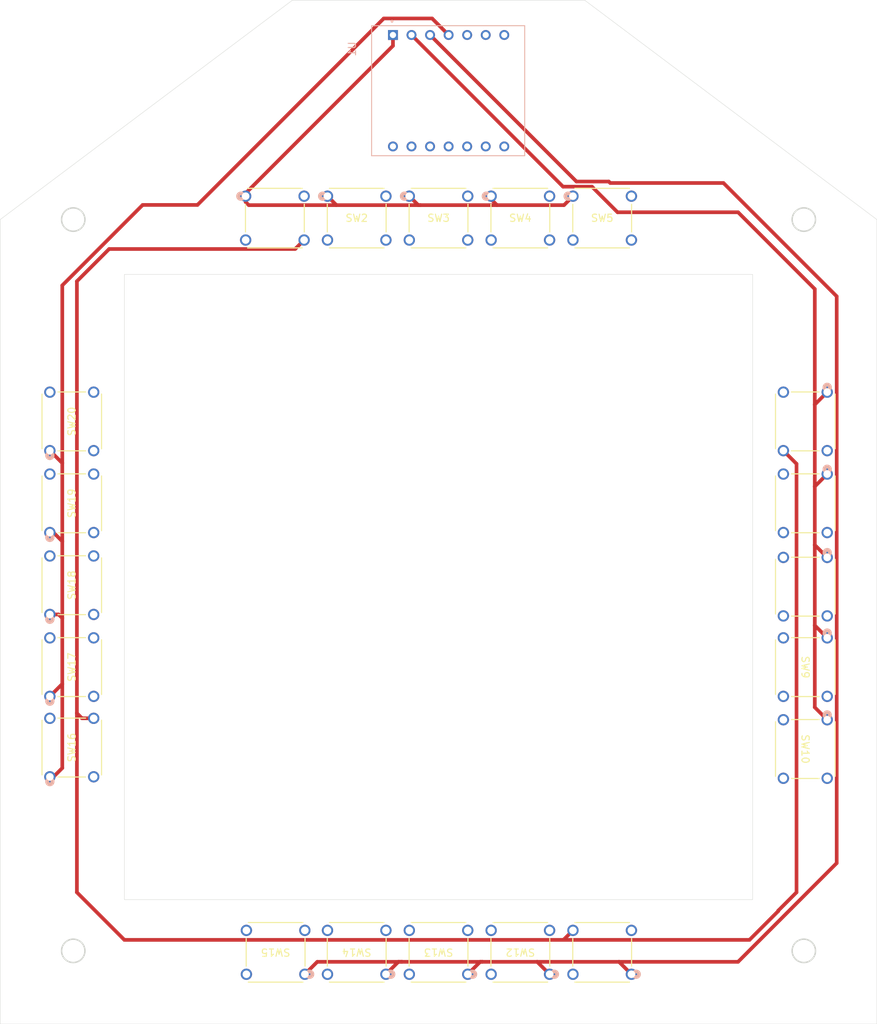
<source format=kicad_pcb>
(kicad_pcb (version 20241229) (generator "pcbnew") (generator_version "9.0")
  (layers (0 "F.Cu" signal) (4 "In1.Cu" signal) (6 "In2.Cu" signal) (2 "B.Cu" signal) (13 "F.Paste" user) (15 "B.Paste" user) (5 "F.SilkS" user "F.Silkscreen") (7 "B.SilkS" user "B.Silkscreen") (1 "F.Mask" user) (3 "B.Mask" user) (25 "Edge.Cuts" user))
  (net 0 "")
  (net 1 "/X1")
  (net 2 "/B1")
  (net 3 "/B2")
  (net 4 "/B4")
  (net 5 "/B3")
  (net 6 "/X2")
  (net 7 "/X3")
  (net 8 "/X4")
  (net 9 "/X5")
  (net 35 "unconnected-(SW1-c-Pad3)")
  (net 37 "unconnected-(SW3-c-Pad3)")
  (net 42 "unconnected-(SW8-c-Pad3)")
  (net 53 "unconnected-(SW19-c-Pad3)")
  (net 54 "unconnected-(SW20-c-Pad3)")
  (footprint "Panasonic_SW:SW4_ESE-20D443_PAN" (layer "F.Cu") (at 203.2 84.8 -90)
    (property "Reference" "SW7" (hide yes))
    (property "Value" "ESE-20D443" (hide yes))
    (fp_line (start 0.259122 7.076702) (end 7.740878 7.076702) (stroke (width 0.1524)) (layer "F.SilkS"))
    (fp_line (start 8.0259 4.892866) (end 8.0259 1.107137) (stroke (width 0.1524)) (layer "F.SilkS"))
    (fp_line (start -0.0259 1.107137) (end -0.0259 4.892866) (stroke (width 0.1524)) (layer "F.SilkS"))
    (fp_line (start 7.740878 -1.076698) (end 0.259122 -1.076698) (stroke (width 0.1524)) (layer "F.SilkS"))
    (fp_circle (center -0.6609 0) (end -0.2799 0) (stroke (width 0.508)) (fill no) (layer "B.SilkS"))
    (pad "1" thru_hole circle (at 0 0 270) (size 1.5494 1.5494) (drill 1.0414) (layers "*.Cu" "*.Mask") (net 3 "/B2"))
    (pad "2" thru_hole circle (at 0 6.000003 270) (size 1.5494 1.5494) (drill 1.0414) (layers "*.Cu" "*.Mask"))
    (pad "3" thru_hole circle (at 7.999999 0 270) (size 1.5494 1.5494) (drill 1.0414) (layers "*.Cu" "*.Mask"))
    (pad "4" thru_hole circle (at 7.999999 6.000003 270) (size 1.5494 1.5494) (drill 1.0414) (layers "*.Cu" "*.Mask") (net 6 "/X2"))
  )
  (footprint "Panasonic_SW:SW4_ESE-20D443_PAN" (layer "F.Cu") (at 96.8 115.2 90)
    (property "Reference" "SW17" (at 4 3.000002 90) (layer "F.SilkS"))
    (property "Value" "ESE-20D443" (hide yes))
    (fp_line (start 7.740878 -1.076698) (end 0.259122 -1.076698) (stroke (width 0.1524)) (layer "F.SilkS"))
    (fp_line (start -0.0259 1.107137) (end -0.0259 4.892866) (stroke (width 0.1524)) (layer "F.SilkS"))
    (fp_line (start 8.0259 4.892866) (end 8.0259 1.107137) (stroke (width 0.1524)) (layer "F.SilkS"))
    (fp_line (start 0.259122 7.076702) (end 7.740878 7.076702) (stroke (width 0.1524)) (layer "F.SilkS"))
    (fp_circle (center -0.6609 0) (end -0.2799 0) (stroke (width 0.508)) (fill no) (layer "B.SilkS"))
    (pad "1" thru_hole circle (at 0 0 90) (size 1.5494 1.5494) (drill 1.0414) (layers "*.Cu" "*.Mask") (net 4 "/B4"))
    (pad "2" thru_hole circle (at 0 6.000003 90) (size 1.5494 1.5494) (drill 1.0414) (layers "*.Cu" "*.Mask"))
    (pad "3" thru_hole circle (at 7.999999 0 90) (size 1.5494 1.5494) (drill 1.0414) (layers "*.Cu" "*.Mask"))
    (pad "4" thru_hole circle (at 7.999999 6.000003 90) (size 1.5494 1.5494) (drill 1.0414) (layers "*.Cu" "*.Mask") (net 6 "/X2"))
  )
  (footprint "Panasonic_SW:SW4_ESE-20D443_PAN" (layer "F.Cu") (at 96.8 81.6 90)
    (property "Reference" "SW20" (at 4 3.000002 90) (layer "F.SilkS"))
    (property "Value" "ESE-20D443" (hide yes))
    (fp_line (start 7.740878 -1.076698) (end 0.259122 -1.076698) (stroke (width 0.1524)) (layer "F.SilkS"))
    (fp_line (start -0.0259 1.107137) (end -0.0259 4.892866) (stroke (width 0.1524)) (layer "F.SilkS"))
    (fp_line (start 8.0259 4.892866) (end 8.0259 1.107137) (stroke (width 0.1524)) (layer "F.SilkS"))
    (fp_line (start 0.259122 7.076702) (end 7.740878 7.076702) (stroke (width 0.1524)) (layer "F.SilkS"))
    (fp_circle (center -0.6609 0) (end -0.2799 0) (stroke (width 0.508)) (fill no) (layer "B.SilkS"))
    (pad "1" thru_hole circle (at 0 0 90) (size 1.5494 1.5494) (drill 1.0414) (layers "*.Cu" "*.Mask") (net 4 "/B4"))
    (pad "2" thru_hole circle (at 0 6.000003 90) (size 1.5494 1.5494) (drill 1.0414) (layers "*.Cu" "*.Mask"))
    (pad "3" thru_hole circle (at 7.999999 0 90) (size 1.5494 1.5494) (drill 1.0414) (layers "*.Cu" "*.Mask") (net 54 "unconnected-(SW20-c-Pad3)"))
    (pad "4" thru_hole circle (at 7.999999 6.000003 90) (size 1.5494 1.5494) (drill 1.0414) (layers "*.Cu" "*.Mask") (net 9 "/X5"))
  )
  (footprint "Panasonic_SW:SW4_ESE-20D443_PAN" (layer "F.Cu") (at 168.4 46.8)
    (property "Reference" "SW5" (at 4 3.000002 0) (layer "F.SilkS"))
    (property "Value" "ESE-20D443" (hide yes))
    (fp_line (start -0.0259 1.107137) (end -0.0259 4.892866) (stroke (width 0.1524)) (layer "F.SilkS"))
    (fp_line (start 0.259122 7.076702) (end 7.740878 7.076702) (stroke (width 0.1524)) (layer "F.SilkS"))
    (fp_line (start 7.740878 -1.076698) (end 0.259122 -1.076698) (stroke (width 0.1524)) (layer "F.SilkS"))
    (fp_line (start 8.0259 4.892866) (end 8.0259 1.107137) (stroke (width 0.1524)) (layer "F.SilkS"))
    (fp_circle (center -0.6609 0) (end -0.2799 0) (stroke (width 0.508)) (fill no) (layer "B.SilkS"))
    (pad "1" thru_hole circle (at 0 0) (size 1.5494 1.5494) (drill 1.0414) (layers "*.Cu" "*.Mask") (net 2 "/B1"))
    (pad "2" thru_hole circle (at 0 6.000003) (size 1.5494 1.5494) (drill 1.0414) (layers "*.Cu" "*.Mask"))
    (pad "3" thru_hole circle (at 7.999999 0) (size 1.5494 1.5494) (drill 1.0414) (layers "*.Cu" "*.Mask"))
    (pad "4" thru_hole circle (at 7.999999 6.000003) (size 1.5494 1.5494) (drill 1.0414) (layers "*.Cu" "*.Mask") (net 9 "/X5"))
  )
  (footprint "Panasonic_SW:SW4_ESE-20D443_PAN" (layer "F.Cu") (at 203.2 73.6 -90)
    (property "Reference" "SW6" (hide yes))
    (property "Value" "ESE-20D443" (hide yes))
    (fp_line (start 0.259122 7.076702) (end 7.740878 7.076702) (stroke (width 0.1524)) (layer "F.SilkS"))
    (fp_line (start 8.0259 4.892866) (end 8.0259 1.107137) (stroke (width 0.1524)) (layer "F.SilkS"))
    (fp_line (start -0.0259 1.107137) (end -0.0259 4.892866) (stroke (width 0.1524)) (layer "F.SilkS"))
    (fp_line (start 7.740878 -1.076698) (end 0.259122 -1.076698) (stroke (width 0.1524)) (layer "F.SilkS"))
    (fp_circle (center -0.6609 0) (end -0.2799 0) (stroke (width 0.508)) (fill no) (layer "B.SilkS"))
    (pad "1" thru_hole circle (at 0 0 270) (size 1.5494 1.5494) (drill 1.0414) (layers "*.Cu" "*.Mask") (net 3 "/B2"))
    (pad "2" thru_hole circle (at 0 6.000003 270) (size 1.5494 1.5494) (drill 1.0414) (layers "*.Cu" "*.Mask"))
    (pad "3" thru_hole circle (at 7.999999 0 270) (size 1.5494 1.5494) (drill 1.0414) (layers "*.Cu" "*.Mask"))
    (pad "4" thru_hole circle (at 7.999999 6.000003 270) (size 1.5494 1.5494) (drill 1.0414) (layers "*.Cu" "*.Mask") (net 1 "/X1"))
  )
  (footprint "Panasonic_SW:SW4_ESE-20D443_PAN" (layer "F.Cu") (at 153.999999 153.2 180)
    (property "Reference" "SW13" (at 4 3.000002 180) (layer "F.SilkS"))
    (property "Value" "ESE-20D443" (hide yes))
    (fp_line (start 8.0259 4.892866) (end 8.0259 1.107137) (stroke (width 0.1524)) (layer "F.SilkS"))
    (fp_line (start 7.740878 -1.076698) (end 0.259122 -1.076698) (stroke (width 0.1524)) (layer "F.SilkS"))
    (fp_line (start 0.259122 7.076702) (end 7.740878 7.076702) (stroke (width 0.1524)) (layer "F.SilkS"))
    (fp_line (start -0.0259 1.107137) (end -0.0259 4.892866) (stroke (width 0.1524)) (layer "F.SilkS"))
    (fp_circle (center -0.6609 0) (end -0.2799 0) (stroke (width 0.508)) (fill no) (layer "B.SilkS"))
    (pad "1" thru_hole circle (at 0 0 180) (size 1.5494 1.5494) (drill 1.0414) (layers "*.Cu" "*.Mask") (net 5 "/B3"))
    (pad "2" thru_hole circle (at 0 6.000003 180) (size 1.5494 1.5494) (drill 1.0414) (layers "*.Cu" "*.Mask"))
    (pad "3" thru_hole circle (at 7.999999 0 180) (size 1.5494 1.5494) (drill 1.0414) (layers "*.Cu" "*.Mask"))
    (pad "4" thru_hole circle (at 7.999999 6.000003 180) (size 1.5494 1.5494) (drill 1.0414) (layers "*.Cu" "*.Mask") (net 7 "/X3"))
  )
  (footprint "Panasonic_SW:SW4_ESE-20D443_PAN" (layer "F.Cu") (at 203.2 107.2 -90)
    (property "Reference" "SW9" (at 4 3.000002 270) (layer "F.SilkS"))
    (property "Value" "ESE-20D443" (hide yes))
    (fp_line (start 0.259122 7.076702) (end 7.740878 7.076702) (stroke (width 0.1524)) (layer "F.SilkS"))
    (fp_line (start 8.0259 4.892866) (end 8.0259 1.107137) (stroke (width 0.1524)) (layer "F.SilkS"))
    (fp_line (start -0.0259 1.107137) (end -0.0259 4.892866) (stroke (width 0.1524)) (layer "F.SilkS"))
    (fp_line (start 7.740878 -1.076698) (end 0.259122 -1.076698) (stroke (width 0.1524)) (layer "F.SilkS"))
    (fp_circle (center -0.6609 0) (end -0.2799 0) (stroke (width 0.508)) (fill no) (layer "B.SilkS"))
    (pad "1" thru_hole circle (at 0 0 270) (size 1.5494 1.5494) (drill 1.0414) (layers "*.Cu" "*.Mask") (net 3 "/B2"))
    (pad "2" thru_hole circle (at 0 6.000003 270) (size 1.5494 1.5494) (drill 1.0414) (layers "*.Cu" "*.Mask"))
    (pad "3" thru_hole circle (at 7.999999 0 270) (size 1.5494 1.5494) (drill 1.0414) (layers "*.Cu" "*.Mask"))
    (pad "4" thru_hole circle (at 7.999999 6.000003 270) (size 1.5494 1.5494) (drill 1.0414) (layers "*.Cu" "*.Mask") (net 8 "/X4"))
  )
  (footprint "Panasonic_SW:SW4_ESE-20D443_PAN" (layer "F.Cu") (at 203.2 96.2 -90)
    (property "Reference" "SW8" (hide yes))
    (property "Value" "ESE-20D443" (hide yes))
    (fp_line (start 0.259122 7.076702) (end 7.740878 7.076702) (stroke (width 0.1524)) (layer "F.SilkS"))
    (fp_line (start 8.0259 4.892866) (end 8.0259 1.107137) (stroke (width 0.1524)) (layer "F.SilkS"))
    (fp_line (start -0.0259 1.107137) (end -0.0259 4.892866) (stroke (width 0.1524)) (layer "F.SilkS"))
    (fp_line (start 7.740878 -1.076698) (end 0.259122 -1.076698) (stroke (width 0.1524)) (layer "F.SilkS"))
    (fp_circle (center -0.6609 0) (end -0.2799 0) (stroke (width 0.508)) (fill no) (layer "B.SilkS"))
    (pad "1" thru_hole circle (at 0 0 270) (size 1.5494 1.5494) (drill 1.0414) (layers "*.Cu" "*.Mask") (net 3 "/B2"))
    (pad "2" thru_hole circle (at 0 6.000003 270) (size 1.5494 1.5494) (drill 1.0414) (layers "*.Cu" "*.Mask"))
    (pad "3" thru_hole circle (at 7.999999 0 270) (size 1.5494 1.5494) (drill 1.0414) (layers "*.Cu" "*.Mask") (net 42 "unconnected-(SW8-c-Pad3)"))
    (pad "4" thru_hole circle (at 7.999999 6.000003 270) (size 1.5494 1.5494) (drill 1.0414) (layers "*.Cu" "*.Mask") (net 7 "/X3"))
  )
  (footprint "Panasonic_SW:SW4_ESE-20D443_PAN" (layer "F.Cu") (at 165.199999 153.2 180)
    (property "Reference" "SW12" (at 4 3.000002 180) (layer "F.SilkS"))
    (property "Value" "ESE-20D443" (hide yes))
    (fp_line (start 8.0259 4.892866) (end 8.0259 1.107137) (stroke (width 0.1524)) (layer "F.SilkS"))
    (fp_line (start 7.740878 -1.076698) (end 0.259122 -1.076698) (stroke (width 0.1524)) (layer "F.SilkS"))
    (fp_line (start 0.259122 7.076702) (end 7.740878 7.076702) (stroke (width 0.1524)) (layer "F.SilkS"))
    (fp_line (start -0.0259 1.107137) (end -0.0259 4.892866) (stroke (width 0.1524)) (layer "F.SilkS"))
    (fp_circle (center -0.6609 0) (end -0.2799 0) (stroke (width 0.508)) (fill no) (layer "B.SilkS"))
    (pad "1" thru_hole circle (at 0 0 180) (size 1.5494 1.5494) (drill 1.0414) (layers "*.Cu" "*.Mask") (net 5 "/B3"))
    (pad "2" thru_hole circle (at 0 6.000003 180) (size 1.5494 1.5494) (drill 1.0414) (layers "*.Cu" "*.Mask"))
    (pad "3" thru_hole circle (at 7.999999 0 180) (size 1.5494 1.5494) (drill 1.0414) (layers "*.Cu" "*.Mask"))
    (pad "4" thru_hole circle (at 7.999999 6.000003 180) (size 1.5494 1.5494) (drill 1.0414) (layers "*.Cu" "*.Mask") (net 6 "/X2"))
  )
  (footprint "Panasonic_SW:SW4_ESE-20D443_PAN" (layer "F.Cu") (at 123.6 46.8)
    (property "Reference" "SW1" (hide yes))
    (property "Value" "ESE-20D443" (hide yes))
    (fp_line (start -0.0259 1.107137) (end -0.0259 4.892866) (stroke (width 0.1524)) (layer "F.SilkS"))
    (fp_line (start 0.259122 7.076702) (end 7.740878 7.076702) (stroke (width 0.1524)) (layer "F.SilkS"))
    (fp_line (start 7.740878 -1.076698) (end 0.259122 -1.076698) (stroke (width 0.1524)) (layer "F.SilkS"))
    (fp_line (start 8.0259 4.892866) (end 8.0259 1.107137) (stroke (width 0.1524)) (layer "F.SilkS"))
    (fp_circle (center -0.6609 0) (end -0.2799 0) (stroke (width 0.508)) (fill no) (layer "B.SilkS"))
    (pad "1" thru_hole circle (at 0 0) (size 1.5494 1.5494) (drill 1.0414) (layers "*.Cu" "*.Mask") (net 2 "/B1"))
    (pad "2" thru_hole circle (at 0 6.000003) (size 1.5494 1.5494) (drill 1.0414) (layers "*.Cu" "*.Mask"))
    (pad "3" thru_hole circle (at 7.999999 0) (size 1.5494 1.5494) (drill 1.0414) (layers "*.Cu" "*.Mask") (net 35 "unconnected-(SW1-c-Pad3)"))
    (pad "4" thru_hole circle (at 7.999999 6.000003) (size 1.5494 1.5494) (drill 1.0414) (layers "*.Cu" "*.Mask") (net 1 "/X1"))
  )
  (footprint "Panasonic_SW:SW4_ESE-20D443_PAN" (layer "F.Cu") (at 96.8 104 90)
    (property "Reference" "SW18" (at 4 3.000002 90) (layer "F.SilkS"))
    (property "Value" "ESE-20D443" (hide yes))
    (fp_line (start 7.740878 -1.076698) (end 0.259122 -1.076698) (stroke (width 0.1524)) (layer "F.SilkS"))
    (fp_line (start -0.0259 1.107137) (end -0.0259 4.892866) (stroke (width 0.1524)) (layer "F.SilkS"))
    (fp_line (start 8.0259 4.892866) (end 8.0259 1.107137) (stroke (width 0.1524)) (layer "F.SilkS"))
    (fp_line (start 0.259122 7.076702) (end 7.740878 7.076702) (stroke (width 0.1524)) (layer "F.SilkS"))
    (fp_circle (center -0.6609 0) (end -0.2799 0) (stroke (width 0.508)) (fill no) (layer "B.SilkS"))
    (pad "1" thru_hole circle (at 0 0 90) (size 1.5494 1.5494) (drill 1.0414) (layers "*.Cu" "*.Mask") (net 4 "/B4"))
    (pad "2" thru_hole circle (at 0 6.000003 90) (size 1.5494 1.5494) (drill 1.0414) (layers "*.Cu" "*.Mask"))
    (pad "3" thru_hole circle (at 7.999999 0 90) (size 1.5494 1.5494) (drill 1.0414) (layers "*.Cu" "*.Mask"))
    (pad "4" thru_hole circle (at 7.999999 6.000003 90) (size 1.5494 1.5494) (drill 1.0414) (layers "*.Cu" "*.Mask") (net 7 "/X3"))
  )
  (footprint "Panasonic_SW:SW4_ESE-20D443_PAN" (layer "F.Cu") (at 131.699999 153.2 180)
    (property "Reference" "SW15" (at 4 3.000002 180) (layer "F.SilkS"))
    (property "Value" "ESE-20D443" (hide yes))
    (fp_line (start 8.0259 4.892866) (end 8.0259 1.107137) (stroke (width 0.1524)) (layer "F.SilkS"))
    (fp_line (start 7.740878 -1.076698) (end 0.259122 -1.076698) (stroke (width 0.1524)) (layer "F.SilkS"))
    (fp_line (start 0.259122 7.076702) (end 7.740878 7.076702) (stroke (width 0.1524)) (layer "F.SilkS"))
    (fp_line (start -0.0259 1.107137) (end -0.0259 4.892866) (stroke (width 0.1524)) (layer "F.SilkS"))
    (fp_circle (center -0.6609 0) (end -0.2799 0) (stroke (width 0.508)) (fill no) (layer "B.SilkS"))
    (pad "1" thru_hole circle (at 0 0 180) (size 1.5494 1.5494) (drill 1.0414) (layers "*.Cu" "*.Mask") (net 5 "/B3"))
    (pad "2" thru_hole circle (at 0 6.000003 180) (size 1.5494 1.5494) (drill 1.0414) (layers "*.Cu" "*.Mask"))
    (pad "3" thru_hole circle (at 7.999999 0 180) (size 1.5494 1.5494) (drill 1.0414) (layers "*.Cu" "*.Mask"))
    (pad "4" thru_hole circle (at 7.999999 6.000003 180) (size 1.5494 1.5494) (drill 1.0414) (layers "*.Cu" "*.Mask") (net 9 "/X5"))
  )
  (footprint "Panasonic_SW:SW4_ESE-20D443_PAN" (layer "F.Cu") (at 134.8 46.8)
    (property "Reference" "SW2" (at 4 3.000002 0) (layer "F.SilkS"))
    (property "Value" "ESE-20D443" (hide yes))
    (fp_line (start -0.0259 1.107137) (end -0.0259 4.892866) (stroke (width 0.1524)) (layer "F.SilkS"))
    (fp_line (start 0.259122 7.076702) (end 7.740878 7.076702) (stroke (width 0.1524)) (layer "F.SilkS"))
    (fp_line (start 7.740878 -1.076698) (end 0.259122 -1.076698) (stroke (width 0.1524)) (layer "F.SilkS"))
    (fp_line (start 8.0259 4.892866) (end 8.0259 1.107137) (stroke (width 0.1524)) (layer "F.SilkS"))
    (fp_circle (center -0.6609 0) (end -0.2799 0) (stroke (width 0.508)) (fill no) (layer "B.SilkS"))
    (pad "1" thru_hole circle (at 0 0) (size 1.5494 1.5494) (drill 1.0414) (layers "*.Cu" "*.Mask") (net 2 "/B1"))
    (pad "2" thru_hole circle (at 0 6.000003) (size 1.5494 1.5494) (drill 1.0414) (layers "*.Cu" "*.Mask"))
    (pad "3" thru_hole circle (at 7.999999 0) (size 1.5494 1.5494) (drill 1.0414) (layers "*.Cu" "*.Mask"))
    (pad "4" thru_hole circle (at 7.999999 6.000003) (size 1.5494 1.5494) (drill 1.0414) (layers "*.Cu" "*.Mask") (net 6 "/X2"))
  )
  (footprint "Panasonic_SW:SW4_ESE-20D443_PAN" (layer "F.Cu") (at 146 46.8)
    (property "Reference" "SW3" (at 4 3.000002 0) (layer "F.SilkS"))
    (property "Value" "ESE-20D443" (hide yes))
    (fp_line (start -0.0259 1.107137) (end -0.0259 4.892866) (stroke (width 0.1524)) (layer "F.SilkS"))
    (fp_line (start 0.259122 7.076702) (end 7.740878 7.076702) (stroke (width 0.1524)) (layer "F.SilkS"))
    (fp_line (start 7.740878 -1.076698) (end 0.259122 -1.076698) (stroke (width 0.1524)) (layer "F.SilkS"))
    (fp_line (start 8.0259 4.892866) (end 8.0259 1.107137) (stroke (width 0.1524)) (layer "F.SilkS"))
    (fp_circle (center -0.6609 0) (end -0.2799 0) (stroke (width 0.508)) (fill no) (layer "B.SilkS"))
    (pad "1" thru_hole circle (at 0 0) (size 1.5494 1.5494) (drill 1.0414) (layers "*.Cu" "*.Mask") (net 2 "/B1"))
    (pad "2" thru_hole circle (at 0 6.000003) (size 1.5494 1.5494) (drill 1.0414) (layers "*.Cu" "*.Mask"))
    (pad "3" thru_hole circle (at 7.999999 0) (size 1.5494 1.5494) (drill 1.0414) (layers "*.Cu" "*.Mask") (net 37 "unconnected-(SW3-c-Pad3)"))
    (pad "4" thru_hole circle (at 7.999999 6.000003) (size 1.5494 1.5494) (drill 1.0414) (layers "*.Cu" "*.Mask") (net 7 "/X3"))
  )
  (footprint "Panasonic_SW:SW4_ESE-20D443_PAN" (layer "F.Cu") (at 176.399999 153.2 180)
    (property "Reference" "SW11" (hide yes))
    (property "Value" "ESE-20D443" (hide yes))
    (fp_line (start 8.0259 4.892866) (end 8.0259 1.107137) (stroke (width 0.1524)) (layer "F.SilkS"))
    (fp_line (start 7.740878 -1.076698) (end 0.259122 -1.076698) (stroke (width 0.1524)) (layer "F.SilkS"))
    (fp_line (start 0.259122 7.076702) (end 7.740878 7.076702) (stroke (width 0.1524)) (layer "F.SilkS"))
    (fp_line (start -0.0259 1.107137) (end -0.0259 4.892866) (stroke (width 0.1524)) (layer "F.SilkS"))
    (fp_circle (center -0.6609 0) (end -0.2799 0) (stroke (width 0.508)) (fill no) (layer "B.SilkS"))
    (pad "1" thru_hole circle (at 0 0 180) (size 1.5494 1.5494) (drill 1.0414) (layers "*.Cu" "*.Mask") (net 5 "/B3"))
    (pad "2" thru_hole circle (at 0 6.000003 180) (size 1.5494 1.5494) (drill 1.0414) (layers "*.Cu" "*.Mask"))
    (pad "3" thru_hole circle (at 7.999999 0 180) (size 1.5494 1.5494) (drill 1.0414) (layers "*.Cu" "*.Mask"))
    (pad "4" thru_hole circle (at 7.999999 6.000003 180) (size 1.5494 1.5494) (drill 1.0414) (layers "*.Cu" "*.Mask") (net 1 "/X1"))
  )
  (footprint "Panasonic_SW:SW4_ESE-20D443_PAN" (layer "F.Cu") (at 96.8 126.2 90)
    (property "Reference" "SW16" (at 4 3.000002 90) (layer "F.SilkS"))
    (property "Value" "ESE-20D443" (hide yes))
    (fp_line (start 7.740878 -1.076698) (end 0.259122 -1.076698) (stroke (width 0.1524)) (layer "F.SilkS"))
    (fp_line (start -0.0259 1.107137) (end -0.0259 4.892866) (stroke (width 0.1524)) (layer "F.SilkS"))
    (fp_line (start 8.0259 4.892866) (end 8.0259 1.107137) (stroke (width 0.1524)) (layer "F.SilkS"))
    (fp_line (start 0.259122 7.076702) (end 7.740878 7.076702) (stroke (width 0.1524)) (layer "F.SilkS"))
    (fp_circle (center -0.6609 0) (end -0.2799 0) (stroke (width 0.508)) (fill no) (layer "B.SilkS"))
    (pad "1" thru_hole circle (at 0 0 90) (size 1.5494 1.5494) (drill 1.0414) (layers "*.Cu" "*.Mask") (net 4 "/B4"))
    (pad "2" thru_hole circle (at 0 6.000003 90) (size 1.5494 1.5494) (drill 1.0414) (layers "*.Cu" "*.Mask"))
    (pad "3" thru_hole circle (at 7.999999 0 90) (size 1.5494 1.5494) (drill 1.0414) (layers "*.Cu" "*.Mask"))
    (pad "4" thru_hole circle (at 7.999999 6.000003 90) (size 1.5494 1.5494) (drill 1.0414) (layers "*.Cu" "*.Mask") (net 1 "/X1"))
  )
  (footprint "Panasonic_SW:SW4_ESE-20D443_PAN" (layer "F.Cu") (at 142.799999 153.2 180)
    (property "Reference" "SW14" (at 4 3.000002 180) (layer "F.SilkS"))
    (property "Value" "ESE-20D443" (hide yes))
    (fp_line (start 8.0259 4.892866) (end 8.0259 1.107137) (stroke (width 0.1524)) (layer "F.SilkS"))
    (fp_line (start 7.740878 -1.076698) (end 0.259122 -1.076698) (stroke (width 0.1524)) (layer "F.SilkS"))
    (fp_line (start 0.259122 7.076702) (end 7.740878 7.076702) (stroke (width 0.1524)) (layer "F.SilkS"))
    (fp_line (start -0.0259 1.107137) (end -0.0259 4.892866) (stroke (width 0.1524)) (layer "F.SilkS"))
    (fp_circle (center -0.6609 0) (end -0.2799 0) (stroke (width 0.508)) (fill no) (layer "B.SilkS"))
    (pad "1" thru_hole circle (at 0 0 180) (size 1.5494 1.5494) (drill 1.0414) (layers "*.Cu" "*.Mask") (net 5 "/B3"))
    (pad "2" thru_hole circle (at 0 6.000003 180) (size 1.5494 1.5494) (drill 1.0414) (layers "*.Cu" "*.Mask"))
    (pad "3" thru_hole circle (at 7.999999 0 180) (size 1.5494 1.5494) (drill 1.0414) (layers "*.Cu" "*.Mask"))
    (pad "4" thru_hole circle (at 7.999999 6.000003 180) (size 1.5494 1.5494) (drill 1.0414) (layers "*.Cu" "*.Mask") (net 8 "/X4"))
  )
  (footprint "Panasonic_SW:SW4_ESE-20D443_PAN" (layer "F.Cu") (at 96.8 92.8 90)
    (property "Reference" "SW19" (at 4 3.000002 90) (layer "F.SilkS"))
    (property "Value" "ESE-20D443" (hide yes))
    (fp_line (start 7.740878 -1.076698) (end 0.259122 -1.076698) (stroke (width 0.1524)) (layer "F.SilkS"))
    (fp_line (start -0.0259 1.107137) (end -0.0259 4.892866) (stroke (width 0.1524)) (layer "F.SilkS"))
    (fp_line (start 8.0259 4.892866) (end 8.0259 1.107137) (stroke (width 0.1524)) (layer "F.SilkS"))
    (fp_line (start 0.259122 7.076702) (end 7.740878 7.076702) (stroke (width 0.1524)) (layer "F.SilkS"))
    (fp_circle (center -0.6609 0) (end -0.2799 0) (stroke (width 0.508)) (fill no) (layer "B.SilkS"))
    (pad "1" thru_hole circle (at 0 0 90) (size 1.5494 1.5494) (drill 1.0414) (layers "*.Cu" "*.Mask") (net 4 "/B4"))
    (pad "2" thru_hole circle (at 0 6.000003 90) (size 1.5494 1.5494) (drill 1.0414) (layers "*.Cu" "*.Mask"))
    (pad "3" thru_hole circle (at 7.999999 0 90) (size 1.5494 1.5494) (drill 1.0414) (layers "*.Cu" "*.Mask") (net 53 "unconnected-(SW19-c-Pad3)"))
    (pad "4" thru_hole circle (at 7.999999 6.000003 90) (size 1.5494 1.5494) (drill 1.0414) (layers "*.Cu" "*.Mask") (net 8 "/X4"))
  )
  (footprint "Panasonic_SW:SW4_ESE-20D443_PAN" (layer "F.Cu") (at 157.2 46.8)
    (property "Reference" "SW4" (at 4 3.000002 0) (layer "F.SilkS"))
    (property "Value" "ESE-20D443" (hide yes))
    (fp_line (start -0.0259 1.107137) (end -0.0259 4.892866) (stroke (width 0.1524)) (layer "F.SilkS"))
    (fp_line (start 0.259122 7.076702) (end 7.740878 7.076702) (stroke (width 0.1524)) (layer "F.SilkS"))
    (fp_line (start 7.740878 -1.076698) (end 0.259122 -1.076698) (stroke (width 0.1524)) (layer "F.SilkS"))
    (fp_line (start 8.0259 4.892866) (end 8.0259 1.107137) (stroke (width 0.1524)) (layer "F.SilkS"))
    (fp_circle (center -0.6609 0) (end -0.2799 0) (stroke (width 0.508)) (fill no) (layer "B.SilkS"))
    (pad "1" thru_hole circle (at 0 0) (size 1.5494 1.5494) (drill 1.0414) (layers "*.Cu" "*.Mask") (net 2 "/B1"))
    (pad "2" thru_hole circle (at 0 6.000003) (size 1.5494 1.5494) (drill 1.0414) (layers "*.Cu" "*.Mask"))
    (pad "3" thru_hole circle (at 7.999999 0) (size 1.5494 1.5494) (drill 1.0414) (layers "*.Cu" "*.Mask"))
    (pad "4" thru_hole circle (at 7.999999 6.000003) (size 1.5494 1.5494) (drill 1.0414) (layers "*.Cu" "*.Mask") (net 8 "/X4"))
  )
  (footprint "Panasonic_SW:SW4_ESE-20D443_PAN" (layer "F.Cu") (at 203.2 118.4 -90)
    (property "Reference" "SW10" (at 4 3.000002 270) (layer "F.SilkS"))
    (property "Value" "ESE-20D443" (hide yes))
    (fp_line (start 0.259122 7.076702) (end 7.740878 7.076702) (stroke (width 0.1524)) (layer "F.SilkS"))
    (fp_line (start 8.0259 4.892866) (end 8.0259 1.107137) (stroke (width 0.1524)) (layer "F.SilkS"))
    (fp_line (start -0.0259 1.107137) (end -0.0259 4.892866) (stroke (width 0.1524)) (layer "F.SilkS"))
    (fp_line (start 7.740878 -1.076698) (end 0.259122 -1.076698) (stroke (width 0.1524)) (layer "F.SilkS"))
    (fp_circle (center -0.6609 0) (end -0.2799 0) (stroke (width 0.508)) (fill no) (layer "B.SilkS"))
    (pad "1" thru_hole circle (at 0 0 270) (size 1.5494 1.5494) (drill 1.0414) (layers "*.Cu" "*.Mask") (net 3 "/B2"))
    (pad "2" thru_hole circle (at 0 6.000003 270) (size 1.5494 1.5494) (drill 1.0414) (layers "*.Cu" "*.Mask"))
    (pad "3" thru_hole circle (at 7.999999 0 270) (size 1.5494 1.5494) (drill 1.0414) (layers "*.Cu" "*.Mask"))
    (pad "4" thru_hole circle (at 7.999999 6.000003 270) (size 1.5494 1.5494) (drill 1.0414) (layers "*.Cu" "*.Mask") (net 9 "/X5"))
  )
  (footprint "SeedStudio:MODULE_113991054" (layer "B.Cu") (at 151.3165 32.38 -90)
    (property "Reference" "U1" (at -5.715 13.135 90) (layer "B.SilkS") (effects (justify mirror)))
    (property "Value" "102010388")
    (fp_line (start -8.89 10.4775) (end -8.89 -10.4775) (stroke (width 0.127)) (layer "B.SilkS"))
    (fp_line (start 8.89 10.4775) (end -8.89 10.4775) (stroke (width 0.127)) (layer "B.SilkS"))
    (fp_line (start -8.89 -10.4775) (end 8.89 -10.4775) (stroke (width 0.127)) (layer "B.SilkS"))
    (fp_line (start 8.89 -10.4775) (end 8.89 10.4775) (stroke (width 0.127)) (layer "B.SilkS"))
    (fp_circle (center -9.5 7.6835) (end -9.4 7.6835) (stroke (width 0.2)) (fill no) (layer "B.SilkS"))
    (pad "1" thru_hole rect (at -7.62 7.5565 270) (size 1.358 1.358) (drill 0.85) (layers "*.Cu" "*.Mask") (net 2 "/B1"))
    (pad "2" thru_hole circle (at -7.62 5.0165 270) (size 1.358 1.358) (drill 0.85) (layers "*.Cu" "*.Mask") (net 3 "/B2"))
    (pad "3" thru_hole circle (at -7.62 2.4765 270) (size 1.358 1.358) (drill 0.85) (layers "*.Cu" "*.Mask") (net 5 "/B3"))
    (pad "4" thru_hole circle (at -7.62 -0.0635 270) (size 1.358 1.358) (drill 0.85) (layers "*.Cu" "*.Mask") (net 4 "/B4"))
    (pad "5" thru_hole circle (at -7.62 -2.6035 270) (size 1.358 1.358) (drill 0.85) (layers "*.Cu" "*.Mask"))
    (pad "6" thru_hole circle (at -7.62 -5.1435 270) (size 1.358 1.358) (drill 0.85) (layers "*.Cu" "*.Mask"))
    (pad "7" thru_hole circle (at -7.62 -7.6835 270) (size 1.358 1.358) (drill 0.85) (layers "*.Cu" "*.Mask") (net 1 "/X1"))
    (pad "8" thru_hole circle (at 7.62 -7.6835 270) (size 1.358 1.358) (drill 0.85) (layers "*.Cu" "*.Mask") (net 6 "/X2"))
    (pad "9" thru_hole circle (at 7.62 -5.1435 270) (size 1.358 1.358) (drill 0.85) (layers "*.Cu" "*.Mask") (net 7 "/X3"))
    (pad "10" thru_hole circle (at 7.62 -2.6035 270) (size 1.358 1.358) (drill 0.85) (layers "*.Cu" "*.Mask") (net 8 "/X4"))
    (pad "11" thru_hole circle (at 7.62 -0.0635 270) (size 1.358 1.358) (drill 0.85) (layers "*.Cu" "*.Mask") (net 9 "/X5"))
    (pad "12" thru_hole circle (at 7.62 2.4765 270) (size 1.358 1.358) (drill 0.85) (layers "*.Cu" "*.Mask"))
    (pad "13" thru_hole circle (at 7.62 5.0165 270) (size 1.358 1.358) (drill 0.85) (layers "*.Cu" "*.Mask"))
    (pad "14" thru_hole circle (at 7.62 7.5565 270) (size 1.358 1.358) (drill 0.85) (layers "*.Cu" "*.Mask"))
  )
  (gr_circle (center 100 150) (end 101.6 150) (stroke (width 0.2)) (fill no) (layer "Edge.Cuts"))
  (gr_circle (center 100 50) (end 101.6 50) (stroke (width 0.2)) (fill no) (layer "Edge.Cuts"))
  (gr_line (start 130 20) (end 170 20) (stroke (width 0.05)) (layer "Edge.Cuts"))
  (gr_rect (start 107 57.5) (end 193 143) (stroke (width 0.05)) (fill no) (layer "Edge.Cuts"))
  (gr_line (start 210 160) (end 90 160) (stroke (width 0.05)) (layer "Edge.Cuts"))
  (gr_circle (center 200 150) (end 201.6 150) (stroke (width 0.2)) (fill no) (layer "Edge.Cuts"))
  (gr_line (start 90 160) (end 90 50) (stroke (width 0.05)) (layer "Edge.Cuts"))
  (gr_circle (center 200 50) (end 201.6 50) (stroke (width 0.2)) (fill no) (layer "Edge.Cuts"))
  (gr_line (start 170 20) (end 210 50) (stroke (width 0.05)) (layer "Edge.Cuts"))
  (gr_line (start 210 50) (end 210 160) (stroke (width 0.05)) (layer "Edge.Cuts"))
  (gr_line (start 90 50) (end 130 20) (stroke (width 0.05)) (layer "Edge.Cuts"))
  (segment (start 101.200001 118.200001) (end 100.5 117.5) (width 0.5) (layer "F.Cu") (net 1))
  (segment (start 100.5 117.5) (end 100.5 58.437926) (width 0.5) (layer "F.Cu") (net 1))
  (segment (start 196.5 144.5) (end 199 142) (width 0.5) (layer "F.Cu") (net 1))
  (segment (start 107 148.5) (end 167.099997 148.5) (width 0.5) (layer "F.Cu") (net 1))
  (segment (start 199 142) (end 199 83.400002) (width 0.5) (layer "F.Cu") (net 1))
  (segment (start 199 83.400002) (end 197.199997 81.599999) (width 0.5) (layer "F.Cu") (net 1))
  (segment (start 100.5 142) (end 107 148.5) (width 0.5) (layer "F.Cu") (net 1))
  (segment (start 167.099997 148.5) (end 192.562074 148.5) (width 0.5) (layer "F.Cu") (net 1))
  (segment (start 167.099997 148.5) (end 168.4 147.199997) (width 0.5) (layer "F.Cu") (net 1))
  (segment (start 104.912223 54.025703) (end 130.374299 54.025703) (width 0.5) (layer "F.Cu") (net 1))
  (segment (start 130.374299 54.025703) (end 131.599999 52.800003) (width 0.5) (layer "F.Cu") (net 1))
  (segment (start 159 24.76) (end 159 25) (width 0.5) (layer "F.Cu") (net 1))
  (segment (start 192.562074 148.5) (end 196.5 144.562074) (width 0.5) (layer "F.Cu") (net 1))
  (segment (start 196.5 144.562074) (end 196.5 144.5) (width 0.5) (layer "F.Cu") (net 1))
  (segment (start 100.5 117.5) (end 100.5 142) (width 0.5) (layer "F.Cu") (net 1))
  (segment (start 100.5 58.437926) (end 104.912223 54.025703) (width 0.5) (layer "F.Cu") (net 1))
  (segment (start 102.800003 118.200001) (end 101.200001 118.200001) (width 0.5) (layer "F.Cu") (net 1))
  (segment (start 134.8 46.8) (end 136 48) (width 0.5) (layer "F.Cu") (net 2))
  (segment (start 143.52 25) (end 143.76 24.76) (width 0.5) (layer "F.Cu") (net 2))
  (segment (start 146 46.8) (end 147.2257 48.0257) (width 0.5) (layer "F.Cu") (net 2))
  (segment (start 158 48.0257) (end 167.1743 48.0257) (width 0.5) (layer "F.Cu") (net 2))
  (segment (start 157 47) (end 157.2 46.8) (width 0.5) (layer "F.Cu") (net 2))
  (segment (start 143.76 26.24) (end 143.76 24.76) (width 0.5) (layer "F.Cu") (net 2))
  (segment (start 157.2 46.8) (end 157.2 47.2257) (width 0.5) (layer "F.Cu") (net 2))
  (segment (start 123.6 46.4) (end 143.76 26.24) (width 0.5) (layer "F.Cu") (net 2))
  (segment (start 136 48) (end 136 48.0257) (width 0.5) (layer "F.Cu") (net 2))
  (segment (start 123.6 47.6) (end 124.0257 48.0257) (width 0.5) (layer "F.Cu") (net 2))
  (segment (start 147.2257 48.0257) (end 147.5 48.0257) (width 0.5) (layer "F.Cu") (net 2))
  (segment (start 123.6 46.8) (end 123.6 47.6) (width 0.5) (layer "F.Cu") (net 2))
  (segment (start 136 48.0257) (end 147.5 48.0257) (width 0.5) (layer "F.Cu") (net 2))
  (segment (start 157.2 47.2257) (end 158 48.0257) (width 0.5) (layer "F.Cu") (net 2))
  (segment (start 123.6 46.8) (end 123.6 46.4) (width 0.5) (layer "F.Cu") (net 2))
  (segment (start 147.5 48.0257) (end 158 48.0257) (width 0.5) (layer "F.Cu") (net 2))
  (segment (start 124.0257 48.0257) (end 136 48.0257) (width 0.5) (layer "F.Cu") (net 2))
  (segment (start 167.1743 48.0257) (end 168.4 46.8) (width 0.5) (layer "F.Cu") (net 2))
  (segment (start 167.04 45.5) (end 146.3 24.76) (width 0.5) (layer "F.Cu") (net 3))
  (segment (start 203.2 73.6) (end 201.5 75.3) (width 0.5) (layer "F.Cu") (net 3))
  (segment (start 201.5 86.5) (end 201.5 94.5) (width 0.5) (layer "F.Cu") (net 3))
  (segment (start 201.5 59.5) (end 191 49) (width 0.5) (layer "F.Cu") (net 3))
  (segment (start 201.5 75.3) (end 201.5 59.5) (width 0.5) (layer "F.Cu") (net 3))
  (segment (start 201.5 75.3) (end 201.5 86.5) (width 0.5) (layer "F.Cu") (net 3))
  (segment (start 174.5 49) (end 171 45.5) (width 0.5) (layer "F.Cu") (net 3))
  (segment (start 201.5 94.5) (end 201.5 105.5) (width 0.5) (layer "F.Cu") (net 3))
  (segment (start 201.5 105.5) (end 201.5 116.7) (width 0.5) (layer "F.Cu") (net 3))
  (segment (start 191 49) (end 174.5 49) (width 0.5) (layer "F.Cu") (net 3))
  (segment (start 201.5 116.7) (end 203.2 118.4) (width 0.5) (layer "F.Cu") (net 3))
  (segment (start 171 45.5) (end 167.04 45.5) (width 0.5) (layer "F.Cu") (net 3))
  (segment (start 203.2 96.2) (end 201.5 94.5) (width 0.5) (layer "F.Cu") (net 3))
  (segment (start 203.2 84.8) (end 201.5 86.5) (width 0.5) (layer "F.Cu") (net 3))
  (segment (start 203.2 107.2) (end 201.5 105.5) (width 0.5) (layer "F.Cu") (net 3))
  (segment (start 98.5 94) (end 98.5 83.3) (width 0.5) (layer "F.Cu") (net 4))
  (segment (start 96.8 126.2) (end 97.3 126.2) (width 0.5) (layer "F.Cu") (net 4))
  (segment (start 142.5 22.5) (end 149.12 22.5) (width 0.5) (layer "F.Cu") (net 4))
  (segment (start 98 104) (end 98.5 104.5) (width 0.5) (layer "F.Cu") (net 4))
  (segment (start 96.8 92.8) (end 97.3 92.8) (width 0.5) (layer "F.Cu") (net 4))
  (segment (start 109.5 48) (end 117 48) (width 0.5) (layer "F.Cu") (net 4))
  (segment (start 97.3 92.8) (end 98.5 94) (width 0.5) (layer "F.Cu") (net 4))
  (segment (start 117 48) (end 142.5 22.5) (width 0.5) (layer "F.Cu") (net 4))
  (segment (start 96.8 126.2) (end 97 126) (width 0.5) (layer "F.Cu") (net 4))
  (segment (start 149.12 22.5) (end 151.38 24.76) (width 0.5) (layer "F.Cu") (net 4))
  (segment (start 96.8 115.2) (end 98.5 113.5) (width 0.5) (layer "F.Cu") (net 4))
  (segment (start 98.5 104.5) (end 98.5 94) (width 0.5) (layer "F.Cu") (net 4))
  (segment (start 96.8 92.8) (end 97 93) (width 0.5) (layer "F.Cu") (net 4))
  (segment (start 98.5 113.5) (end 98.5 104.5) (width 0.5) (layer "F.Cu") (net 4))
  (segment (start 98.5 83.3) (end 98.5 59) (width 0.5) (layer "F.Cu") (net 4))
  (segment (start 98.5 59) (end 109.5 48) (width 0.5) (layer "F.Cu") (net 4))
  (segment (start 98.5 125) (end 98.5 113.5) (width 0.5) (layer "F.Cu") (net 4))
  (segment (start 96.8 104) (end 98 104) (width 0.5) (layer "F.Cu") (net 4))
  (segment (start 98.5 83.3) (end 96.8 81.6) (width 0.5) (layer "F.Cu") (net 4))
  (segment (start 97.3 126.2) (end 98.5 125) (width 0.5) (layer "F.Cu") (net 4))
  (segment (start 155.699999 151.5) (end 156 151.5) (width 0.5) (layer "F.Cu") (net 5))
  (segment (start 142.799999 153.2) (end 144.499999 151.5) (width 0.5) (layer "F.Cu") (net 5))
  (segment (start 153.999999 153.2) (end 155.699999 151.5) (width 0.5) (layer "F.Cu") (net 5))
  (segment (start 204.5 138) (end 204.5 60.5) (width 0.5) (layer "F.Cu") (net 5))
  (segment (start 133.399999 151.5) (end 145 151.5) (width 0.5) (layer "F.Cu") (net 5))
  (segment (start 131.699999 153.2) (end 133.399999 151.5) (width 0.5) (layer "F.Cu") (net 5))
  (segment (start 189 45) (end 173.5 45) (width 0.5) (layer "F.Cu") (net 5))
  (segment (start 174.699999 151.5) (end 191 151.5) (width 0.5) (layer "F.Cu") (net 5))
  (segment (start 173.5 45) (end 173.299 44.799) (width 0.5) (layer "F.Cu") (net 5))
  (segment (start 148.84 24.76) (end 148.84 24.84) (width 0.5) (layer "F.Cu") (net 5))
  (segment (start 174.699999 151.5) (end 176.399999 153.2) (width 0.5) (layer "F.Cu") (net 5))
  (segment (start 191 151.5) (end 204.5 138) (width 0.5) (layer "F.Cu") (net 5))
  (segment (start 163.5 151.5) (end 174.699999 151.5) (width 0.5) (layer "F.Cu") (net 5))
  (segment (start 145 151.5) (end 156 151.5) (width 0.5) (layer "F.Cu") (net 5))
  (segment (start 173.299 44.799) (end 168.879 44.799) (width 0.5) (layer "F.Cu") (net 5))
  (segment (start 165.199999 153.2) (end 163.5 151.5) (width 0.5) (layer "F.Cu") (net 5))
  (segment (start 204.5 60.5) (end 189 45) (width 0.5) (layer "F.Cu") (net 5))
  (segment (start 168.879 44.799) (end 148.84 24.76) (width 0.5) (layer "F.Cu") (net 5))
  (segment (start 156 151.5) (end 163.5 151.5) (width 0.5) (layer "F.Cu") (net 5))
  (segment (start 144.499999 151.5) (end 145 151.5) (width 0.5) (layer "F.Cu") (net 5))
  (segment (start 131.599999 46.8) (end 131.599999 46.400001) (width 0.5) (layer "F.Cu") (net 35))
)
</source>
